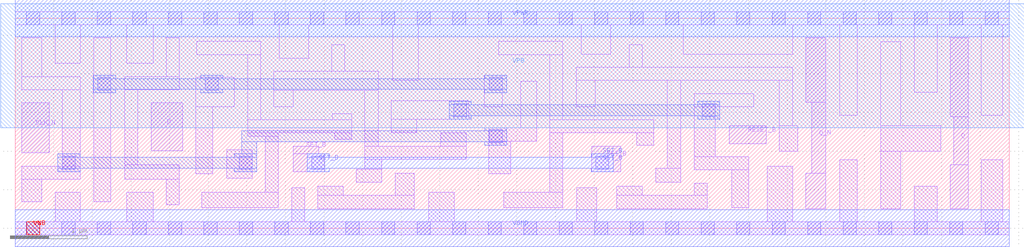
<source format=lef>
# Copyright 2020 The SkyWater PDK Authors
#
# Licensed under the Apache License, Version 2.0 (the "License");
# you may not use this file except in compliance with the License.
# You may obtain a copy of the License at
#
#     https://www.apache.org/licenses/LICENSE-2.0
#
# Unless required by applicable law or agreed to in writing, software
# distributed under the License is distributed on an "AS IS" BASIS,
# WITHOUT WARRANTIES OR CONDITIONS OF ANY KIND, either express or implied.
# See the License for the specific language governing permissions and
# limitations under the License.
#
# SPDX-License-Identifier: Apache-2.0

VERSION 5.7 ;
  NOWIREEXTENSIONATPIN ON ;
  DIVIDERCHAR "/" ;
  BUSBITCHARS "[]" ;
MACRO sky130_fd_sc_hd__dfbbn_2
  CLASS CORE ;
  FOREIGN sky130_fd_sc_hd__dfbbn_2 ;
  ORIGIN  0.000000  0.000000 ;
  SIZE  12.88000 BY  2.720000 ;
  SYMMETRY X Y R90 ;
  SITE unithd ;
  PIN D
    ANTENNAGATEAREA  0.126000 ;
    DIRECTION INPUT ;
    USE SIGNAL ;
    PORT
      LAYER li1 ;
        RECT 1.760000 1.005000 2.170000 1.625000 ;
    END
  END D
  PIN Q
    ANTENNADIFFAREA  0.445500 ;
    DIRECTION OUTPUT ;
    USE SIGNAL ;
    PORT
      LAYER li1 ;
        RECT 12.115000 0.255000 12.345000 0.825000 ;
        RECT 12.115000 1.445000 12.345000 2.465000 ;
        RECT 12.160000 0.825000 12.345000 1.445000 ;
    END
  END Q
  PIN Q_N
    ANTENNADIFFAREA  0.445500 ;
    DIRECTION OUTPUT ;
    USE SIGNAL ;
    PORT
      LAYER li1 ;
        RECT 10.240000 0.255000 10.500000 0.715000 ;
        RECT 10.240000 1.630000 10.500000 2.465000 ;
        RECT 10.320000 0.715000 10.500000 1.630000 ;
    END
  END Q_N
  PIN RESET_B
    ANTENNAGATEAREA  0.159000 ;
    DIRECTION INPUT ;
    USE SIGNAL ;
    PORT
      LAYER li1 ;
        RECT 9.250000 1.095000 9.730000 1.325000 ;
    END
  END RESET_B
  PIN SET_B
    ANTENNAGATEAREA  0.252000 ;
    DIRECTION INPUT ;
    USE SIGNAL ;
    PORT
      LAYER li1 ;
        RECT 3.600000 0.735000 4.010000 0.965000 ;
        RECT 3.600000 0.965000 3.930000 1.065000 ;
      LAYER mcon ;
        RECT 3.840000 0.765000 4.010000 0.935000 ;
    END
    PORT
      LAYER li1 ;
        RECT 7.470000 0.735000 7.845000 1.065000 ;
      LAYER mcon ;
        RECT 7.520000 0.765000 7.690000 0.935000 ;
    END
    PORT
      LAYER met1 ;
        RECT 3.780000 0.735000 4.070000 0.780000 ;
        RECT 3.780000 0.780000 7.750000 0.920000 ;
        RECT 3.780000 0.920000 4.070000 0.965000 ;
        RECT 7.460000 0.735000 7.750000 0.780000 ;
        RECT 7.460000 0.920000 7.750000 0.965000 ;
    END
  END SET_B
  PIN VNB
    PORT
      LAYER pwell ;
        RECT 0.150000 -0.085000 0.320000 0.085000 ;
    END
  END VNB
  PIN VPB
    PORT
      LAYER nwell ;
        RECT -0.190000 1.305000 13.070000 2.910000 ;
    END
  END VPB
  PIN CLK_N
    ANTENNAGATEAREA  0.159000 ;
    DIRECTION INPUT ;
    USE CLOCK ;
    PORT
      LAYER li1 ;
        RECT 0.085000 0.975000 0.440000 1.625000 ;
    END
  END CLK_N
  PIN VGND
    DIRECTION INOUT ;
    SHAPE ABUTMENT ;
    USE GROUND ;
    PORT
      LAYER met1 ;
        RECT 0.000000 -0.240000 12.880000 0.240000 ;
    END
  END VGND
  PIN VPWR
    DIRECTION INOUT ;
    SHAPE ABUTMENT ;
    USE POWER ;
    PORT
      LAYER met1 ;
        RECT 0.000000 2.480000 12.880000 2.960000 ;
    END
  END VPWR
  OBS
    LAYER li1 ;
      RECT  0.000000 -0.085000 12.880000 0.085000 ;
      RECT  0.000000  2.635000 12.880000 2.805000 ;
      RECT  0.085000  0.345000  0.345000 0.635000 ;
      RECT  0.085000  0.635000  0.840000 0.805000 ;
      RECT  0.085000  1.795000  0.840000 1.965000 ;
      RECT  0.085000  1.965000  0.345000 2.465000 ;
      RECT  0.515000  0.085000  0.845000 0.465000 ;
      RECT  0.515000  2.135000  0.845000 2.635000 ;
      RECT  0.610000  0.805000  0.840000 1.795000 ;
      RECT  1.015000  0.345000  1.240000 2.465000 ;
      RECT  1.420000  0.635000  2.125000 0.825000 ;
      RECT  1.420000  0.825000  1.590000 1.795000 ;
      RECT  1.420000  1.795000  2.125000 1.965000 ;
      RECT  1.445000  0.085000  1.785000 0.465000 ;
      RECT  1.445000  2.135000  1.785000 2.635000 ;
      RECT  1.955000  0.305000  2.125000 0.635000 ;
      RECT  1.955000  1.965000  2.125000 2.465000 ;
      RECT  2.340000  0.705000  2.560000 1.575000 ;
      RECT  2.340000  1.575000  2.840000 1.955000 ;
      RECT  2.350000  2.250000  3.180000 2.420000 ;
      RECT  2.415000  0.265000  3.410000 0.465000 ;
      RECT  2.740000  0.645000  3.070000 1.015000 ;
      RECT  3.010000  1.195000  3.410000 1.235000 ;
      RECT  3.010000  1.235000  4.360000 1.405000 ;
      RECT  3.010000  1.405000  3.180000 2.250000 ;
      RECT  3.240000  0.465000  3.410000 1.195000 ;
      RECT  3.350000  1.575000  3.600000 1.785000 ;
      RECT  3.350000  1.785000  4.700000 2.035000 ;
      RECT  3.420000  2.205000  3.800000 2.635000 ;
      RECT  3.580000  0.085000  3.750000 0.525000 ;
      RECT  3.920000  0.255000  5.170000 0.425000 ;
      RECT  3.920000  0.425000  4.250000 0.545000 ;
      RECT  4.100000  2.035000  4.270000 2.375000 ;
      RECT  4.110000  1.405000  4.360000 1.485000 ;
      RECT  4.140000  1.155000  4.360000 1.235000 ;
      RECT  4.420000  0.595000  4.750000 0.765000 ;
      RECT  4.530000  0.765000  4.750000 0.895000 ;
      RECT  4.530000  0.895000  5.840000 1.065000 ;
      RECT  4.530000  1.065000  4.700000 1.785000 ;
      RECT  4.870000  1.235000  5.200000 1.415000 ;
      RECT  4.870000  1.415000  5.875000 1.655000 ;
      RECT  4.890000  1.915000  5.220000 2.635000 ;
      RECT  4.920000  0.425000  5.170000 0.715000 ;
      RECT  5.360000  0.085000  5.690000 0.465000 ;
      RECT  5.510000  1.065000  5.840000 1.235000 ;
      RECT  6.075000  1.575000  6.310000 1.985000 ;
      RECT  6.135000  0.705000  6.420000 1.125000 ;
      RECT  6.135000  1.125000  6.755000 1.305000 ;
      RECT  6.265000  2.250000  7.095000 2.420000 ;
      RECT  6.330000  0.265000  7.095000 0.465000 ;
      RECT  6.550000  1.305000  6.755000 1.905000 ;
      RECT  6.925000  0.465000  7.095000 1.235000 ;
      RECT  6.925000  1.235000  8.275000 1.405000 ;
      RECT  6.925000  1.405000  7.095000 2.250000 ;
      RECT  7.265000  1.575000  7.515000 1.915000 ;
      RECT  7.265000  1.915000 10.070000 2.085000 ;
      RECT  7.275000  0.085000  7.535000 0.525000 ;
      RECT  7.335000  2.255000  7.715000 2.635000 ;
      RECT  7.795000  0.255000  8.965000 0.425000 ;
      RECT  7.795000  0.425000  8.125000 0.545000 ;
      RECT  7.955000  2.085000  8.125000 2.375000 ;
      RECT  8.055000  1.075000  8.275000 1.235000 ;
      RECT  8.295000  0.595000  8.625000 0.780000 ;
      RECT  8.445000  0.780000  8.625000 1.915000 ;
      RECT  8.655000  2.255000 10.070000 2.635000 ;
      RECT  8.795000  0.425000  8.965000 0.585000 ;
      RECT  8.795000  0.755000  9.500000 0.925000 ;
      RECT  8.795000  0.925000  9.070000 1.575000 ;
      RECT  8.795000  1.575000  9.570000 1.745000 ;
      RECT  9.280000  0.265000  9.500000 0.755000 ;
      RECT  9.740000  0.085000 10.070000 0.805000 ;
      RECT  9.900000  0.995000 10.140000 1.325000 ;
      RECT  9.900000  1.325000 10.070000 1.915000 ;
      RECT 10.680000  0.085000 10.910000 0.885000 ;
      RECT 10.680000  1.465000 10.910000 2.635000 ;
      RECT 11.215000  0.255000 11.470000 0.995000 ;
      RECT 11.215000  0.995000 11.990000 1.325000 ;
      RECT 11.215000  1.325000 11.470000 2.415000 ;
      RECT 11.650000  0.085000 11.945000 0.545000 ;
      RECT 11.650000  1.765000 11.945000 2.635000 ;
      RECT 12.515000  0.085000 12.795000 0.885000 ;
      RECT 12.515000  1.465000 12.795000 2.635000 ;
    LAYER mcon ;
      RECT  0.145000 -0.085000  0.315000 0.085000 ;
      RECT  0.145000  2.635000  0.315000 2.805000 ;
      RECT  0.605000 -0.085000  0.775000 0.085000 ;
      RECT  0.605000  2.635000  0.775000 2.805000 ;
      RECT  0.610000  0.765000  0.780000 0.935000 ;
      RECT  1.065000 -0.085000  1.235000 0.085000 ;
      RECT  1.065000  2.635000  1.235000 2.805000 ;
      RECT  1.070000  1.785000  1.240000 1.955000 ;
      RECT  1.525000 -0.085000  1.695000 0.085000 ;
      RECT  1.525000  2.635000  1.695000 2.805000 ;
      RECT  1.985000 -0.085000  2.155000 0.085000 ;
      RECT  1.985000  2.635000  2.155000 2.805000 ;
      RECT  2.445000 -0.085000  2.615000 0.085000 ;
      RECT  2.445000  2.635000  2.615000 2.805000 ;
      RECT  2.460000  1.785000  2.630000 1.955000 ;
      RECT  2.900000  0.765000  3.070000 0.935000 ;
      RECT  2.905000 -0.085000  3.075000 0.085000 ;
      RECT  2.905000  2.635000  3.075000 2.805000 ;
      RECT  3.365000 -0.085000  3.535000 0.085000 ;
      RECT  3.365000  2.635000  3.535000 2.805000 ;
      RECT  3.825000 -0.085000  3.995000 0.085000 ;
      RECT  3.825000  2.635000  3.995000 2.805000 ;
      RECT  4.285000 -0.085000  4.455000 0.085000 ;
      RECT  4.285000  2.635000  4.455000 2.805000 ;
      RECT  4.745000 -0.085000  4.915000 0.085000 ;
      RECT  4.745000  2.635000  4.915000 2.805000 ;
      RECT  5.205000 -0.085000  5.375000 0.085000 ;
      RECT  5.205000  2.635000  5.375000 2.805000 ;
      RECT  5.665000 -0.085000  5.835000 0.085000 ;
      RECT  5.665000  2.635000  5.835000 2.805000 ;
      RECT  5.680000  1.445000  5.850000 1.615000 ;
      RECT  6.125000 -0.085000  6.295000 0.085000 ;
      RECT  6.125000  2.635000  6.295000 2.805000 ;
      RECT  6.140000  1.105000  6.310000 1.275000 ;
      RECT  6.140000  1.785000  6.310000 1.955000 ;
      RECT  6.585000 -0.085000  6.755000 0.085000 ;
      RECT  6.585000  2.635000  6.755000 2.805000 ;
      RECT  7.045000 -0.085000  7.215000 0.085000 ;
      RECT  7.045000  2.635000  7.215000 2.805000 ;
      RECT  7.505000 -0.085000  7.675000 0.085000 ;
      RECT  7.505000  2.635000  7.675000 2.805000 ;
      RECT  7.965000 -0.085000  8.135000 0.085000 ;
      RECT  7.965000  2.635000  8.135000 2.805000 ;
      RECT  8.425000 -0.085000  8.595000 0.085000 ;
      RECT  8.425000  2.635000  8.595000 2.805000 ;
      RECT  8.885000 -0.085000  9.055000 0.085000 ;
      RECT  8.885000  2.635000  9.055000 2.805000 ;
      RECT  8.900000  1.445000  9.070000 1.615000 ;
      RECT  9.345000 -0.085000  9.515000 0.085000 ;
      RECT  9.345000  2.635000  9.515000 2.805000 ;
      RECT  9.805000 -0.085000  9.975000 0.085000 ;
      RECT  9.805000  2.635000  9.975000 2.805000 ;
      RECT 10.265000 -0.085000 10.435000 0.085000 ;
      RECT 10.265000  2.635000 10.435000 2.805000 ;
      RECT 10.725000 -0.085000 10.895000 0.085000 ;
      RECT 10.725000  2.635000 10.895000 2.805000 ;
      RECT 11.185000 -0.085000 11.355000 0.085000 ;
      RECT 11.185000  2.635000 11.355000 2.805000 ;
      RECT 11.645000 -0.085000 11.815000 0.085000 ;
      RECT 11.645000  2.635000 11.815000 2.805000 ;
      RECT 12.105000 -0.085000 12.275000 0.085000 ;
      RECT 12.105000  2.635000 12.275000 2.805000 ;
      RECT 12.565000 -0.085000 12.735000 0.085000 ;
      RECT 12.565000  2.635000 12.735000 2.805000 ;
    LAYER met1 ;
      RECT 0.550000 0.735000 0.840000 0.780000 ;
      RECT 0.550000 0.780000 3.130000 0.920000 ;
      RECT 0.550000 0.920000 0.840000 0.965000 ;
      RECT 1.010000 1.755000 1.300000 1.800000 ;
      RECT 1.010000 1.800000 6.370000 1.940000 ;
      RECT 1.010000 1.940000 1.300000 1.985000 ;
      RECT 2.400000 1.755000 2.690000 1.800000 ;
      RECT 2.400000 1.940000 2.690000 1.985000 ;
      RECT 2.840000 0.735000 3.130000 0.780000 ;
      RECT 2.840000 0.920000 3.130000 0.965000 ;
      RECT 2.935000 0.965000 3.130000 1.120000 ;
      RECT 2.935000 1.120000 6.370000 1.260000 ;
      RECT 5.620000 1.415000 5.910000 1.460000 ;
      RECT 5.620000 1.460000 9.130000 1.600000 ;
      RECT 5.620000 1.600000 5.910000 1.645000 ;
      RECT 6.080000 1.075000 6.370000 1.120000 ;
      RECT 6.080000 1.260000 6.370000 1.305000 ;
      RECT 6.080000 1.755000 6.370000 1.800000 ;
      RECT 6.080000 1.940000 6.370000 1.985000 ;
      RECT 8.840000 1.415000 9.130000 1.460000 ;
      RECT 8.840000 1.600000 9.130000 1.645000 ;
  END
END sky130_fd_sc_hd__dfbbn_2
END LIBRARY

</source>
